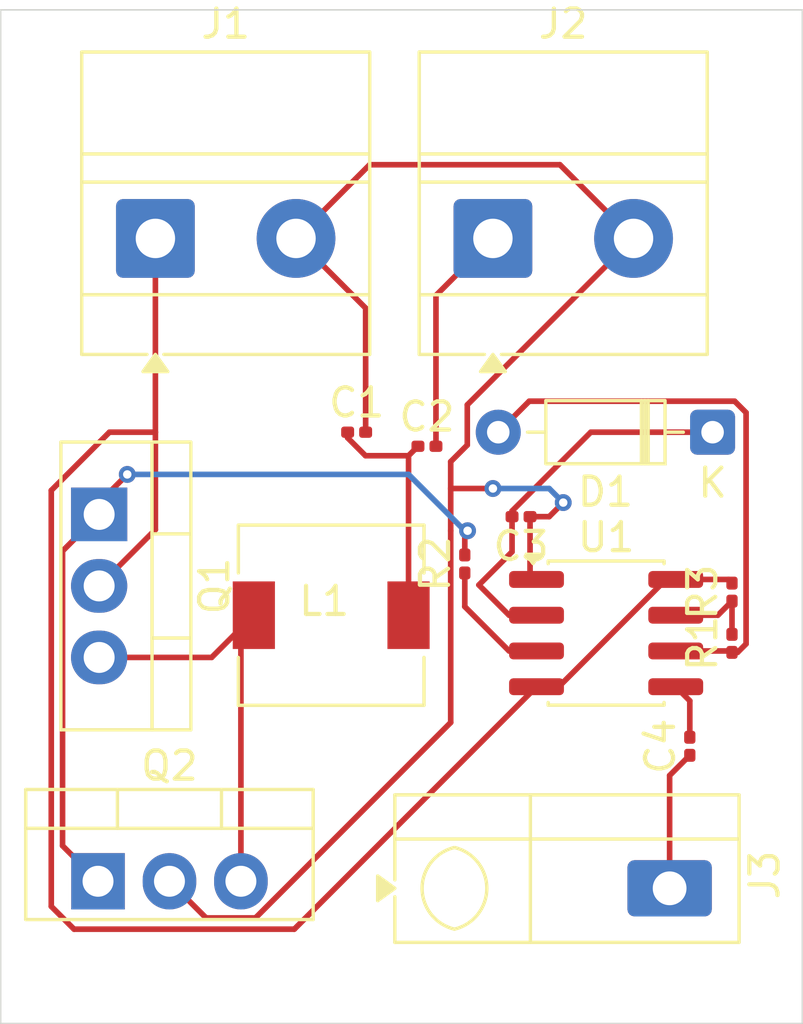
<source format=kicad_pcb>
(kicad_pcb (version 20241229) (generator "pcbnew") (generator_version "9.0")
  (layers (0 "F.Cu" signal) (2 "B.Cu" signal) (13 "F.Paste" user) (15 "B.Paste" user) (5 "F.SilkS" user "F.Silkscreen") (7 "B.SilkS" user "B.Silkscreen") (1 "F.Mask" user) (3 "B.Mask" user) (25 "Edge.Cuts" user))
  (net 0 "")
  (net 1 "Net-(C1-Pad1)")
  (net 2 "Net-(J1-Pin_2)")
  (net 3 "Net-(J2-Pin_1)")
  (net 4 "Net-(D1-K)")
  (net 5 "Net-(U1-CV)")
  (net 6 "Net-(J3-Pin_1)")
  (net 7 "Net-(D1-A)")
  (net 8 "Net-(J1-Pin_1)")
  (net 9 "Net-(Q1-E)")
  (net 10 "Net-(Q1-B)")
  (net 11 "Net-(U1-DIS)")
  (net 12 "Net-(U1-Q)")
  (footprint "TerminalBlock_MetzConnect:TerminalBlock_MetzConnect_Type011_RT05502HBLC_1x02_P5.00mm_Horizontal" (layer "F.Cu") (at 105.5 58.1175)
    (property "Reference" "J1" (at 2.5 -7.62 0) (layer "F.SilkS"))
    (property "Value" "battery 9v")
    (fp_line (start -2.62 -6.62) (end 7.62 -6.62) (stroke (width 0.12)) (layer "F.SilkS"))
    (fp_line (start -2.62 -3) (end 7.62 -3) (stroke (width 0.12)) (layer "F.SilkS"))
    (fp_line (start -2.62 -2) (end 7.62 -2) (stroke (width 0.12)) (layer "F.SilkS"))
    (fp_line (start -2.62 2) (end 7.62 2) (stroke (width 0.12)) (layer "F.SilkS"))
    (fp_line (start -2.62 4.12) (end -2.62 -6.62) (stroke (width 0.12)) (layer "F.SilkS"))
    (fp_line (start -0.3 4.12) (end -2.62 4.12) (stroke (width 0.12)) (layer "F.SilkS"))
    (fp_line (start 7.62 -6.62) (end 7.62 4.12) (stroke (width 0.12)) (layer "F.SilkS"))
    (fp_line (start 7.62 4.12) (end 0.3 4.12) (stroke (width 0.12)) (layer "F.SilkS"))
    (fp_poly (pts (xy 0 4.12) (xy 0.44 4.73) (xy -0.44 4.73)) (stroke (width 0.12)) (fill yes) (layer "F.SilkS"))
    (pad "1" thru_hole roundrect (at 0 0) (size 2.8 2.8) (drill 1.4) (layers "*.Cu" "*.Mask") (roundrect_rratio 0.089286) (net 8 "Net-(J1-Pin_1)"))
    (pad "2" thru_hole circle (at 5 0) (size 2.8 2.8) (drill 1.4) (layers "*.Cu" "*.Mask") (net 2 "Net-(J1-Pin_2)"))
  )
  (footprint "Package_TO_SOT_THT:TO-220-3_Vertical" (layer "F.Cu") (at 103.46 80.95)
    (property "Reference" "Q2" (at 2.54 -4.1 0) (layer "F.SilkS"))
    (property "Value" "TIP42")
    (fp_line (start -2.57 -3.26) (end 7.65 -3.26) (stroke (width 0.12)) (layer "F.SilkS"))
    (fp_line (start -2.57 -1.88) (end 7.65 -1.88) (stroke (width 0.12)) (layer "F.SilkS"))
    (fp_line (start -2.57 1.36) (end -2.57 -3.26) (stroke (width 0.12)) (layer "F.SilkS"))
    (fp_line (start 0.69 -3.26) (end 0.69 -1.88) (stroke (width 0.12)) (layer "F.SilkS"))
    (fp_line (start 4.39 -3.26) (end 4.39 -1.88) (stroke (width 0.12)) (layer "F.SilkS"))
    (fp_line (start 7.65 -3.26) (end 7.65 1.36) (stroke (width 0.12)) (layer "F.SilkS"))
    (fp_line (start 7.65 1.36) (end -2.57 1.36) (stroke (width 0.12)) (layer "F.SilkS"))
    (pad "1" thru_hole rect (at 0 0) (size 1.905 2) (drill 1.1) (layers "*.Cu" "*.Mask") (net 10 "Net-(Q1-B)"))
    (pad "2" thru_hole oval (at 2.54 0) (size 1.905 2) (drill 1.1) (layers "*.Cu" "*.Mask") (net 2 "Net-(J1-Pin_2)"))
    (pad "3" thru_hole oval (at 5.08 0) (size 1.905 2) (drill 1.1) (layers "*.Cu" "*.Mask") (net 9 "Net-(Q1-E)"))
  )
  (footprint "Resistor_SMD:R_0201_0603Metric" (layer "F.Cu") (at 126 72.5 90)
    (property "Reference" "R1" (at 0 -1.05 90) (layer "F.SilkS"))
    (property "Value" "39k")
    (pad "1" smd roundrect (at -0.32 0 90) (size 0.46 0.4) (layers "F.Cu" "F.Mask") (net 7 "Net-(D1-A)"))
    (pad "2" smd roundrect (at 0.32 0 90) (size 0.46 0.4) (layers "F.Cu" "F.Mask") (net 11 "Net-(U1-DIS)"))
  )
  (footprint "TerminalBlock_Degson:TerminalBlock_Degson_DG250-3.5-01P_1x01_P3.50mm_45Degree" (layer "F.Cu") (at 123.7825 81.2 -90)
    (property "Reference" "J3" (at -0.475 -3.38 90) (layer "F.SilkS"))
    (property "Value" "signal")
    (fp_line (start -3.32 9.77) (end -3.32 -2.47) (stroke (width 0.12)) (layer "F.SilkS"))
    (fp_line (start -0.3 9.77) (end -3.32 9.77) (stroke (width 0.12)) (layer "F.SilkS"))
    (fp_line (start 1.92 9.77) (end 0.3 9.77) (stroke (width 0.12)) (layer "F.SilkS"))
    (fp_line (start -3.32 4.95) (end 1.92 4.95) (stroke (width 0.12)) (layer "F.SilkS"))
    (fp_line (start -3.32 -2.47) (end 1.92 -2.47) (stroke (width 0.12)) (layer "F.SilkS"))
    (fp_line (start -1.75 -2.47) (end -1.75 9.77) (stroke (width 0.12)) (layer "F.SilkS"))
    (fp_line (start 1.92 -2.47) (end 1.92 9.77) (stroke (width 0.12)) (layer "F.SilkS"))
    (fp_arc (start -1.45 7.65) (mid 0 6.5) (end 1.45 7.65) (stroke (width 0.12)) (layer "F.SilkS"))
    (fp_arc (start 1.45 7.65) (mid 0 8.8) (end -1.45 7.65) (stroke (width 0.12)) (layer "F.SilkS"))
    (fp_poly (pts (xy 0 9.77) (xy 0.44 10.38) (xy -0.44 10.38)) (stroke (width 0.12)) (fill yes) (layer "F.SilkS"))
    (pad "1" thru_hole roundrect (at 0 0 270) (size 2 3) (drill 1.2) (layers "*.Cu" "*.Mask") (roundrect_rratio 0.125) (net 6 "Net-(J3-Pin_1)"))
  )
  (footprint "Package_SO:SOIC-8_3.9x4.9mm_P1.27mm" (layer "F.Cu") (at 121.525 72.135)
    (property "Reference" "U1" (at 0 -3.4 0) (layer "F.SilkS"))
    (property "Value" "NA555D")
    (fp_line (start -2.06 -2.56) (end 2.06 -2.56) (stroke (width 0.12)) (layer "F.SilkS"))
    (fp_line (start -2.06 -2.465) (end -2.06 -2.56) (stroke (width 0.12)) (layer "F.SilkS"))
    (fp_line (start -2.06 2.56) (end -2.06 2.465) (stroke (width 0.12)) (layer "F.SilkS"))
    (fp_line (start 2.06 -2.56) (end 2.06 -2.465) (stroke (width 0.12)) (layer "F.SilkS"))
    (fp_line (start 2.06 2.465) (end 2.06 2.56) (stroke (width 0.12)) (layer "F.SilkS"))
    (fp_line (start 2.06 2.56) (end -2.06 2.56) (stroke (width 0.12)) (layer "F.SilkS"))
    (fp_poly (pts (xy -2.6 -2.47) (xy -2.84 -2.8) (xy -2.36 -2.8)) (stroke (width 0.12)) (fill yes) (layer "F.SilkS"))
    (pad "1" smd roundrect (at -2.475 -1.905) (size 1.95 0.6) (layers "F.Cu" "F.Mask" "F.Paste") (net 2 "Net-(J1-Pin_2)"))
    (pad "2" smd roundrect (at -2.475 -0.635) (size 1.95 0.6) (layers "F.Cu" "F.Mask" "F.Paste") (net 4 "Net-(D1-K)"))
    (pad "3" smd roundrect (at -2.475 0.635) (size 1.95 0.6) (layers "F.Cu" "F.Mask" "F.Paste") (net 12 "Net-(U1-Q)"))
    (pad "4" smd roundrect (at -2.475 1.905) (size 1.95 0.6) (layers "F.Cu" "F.Mask" "F.Paste") (net 8 "Net-(J1-Pin_1)"))
    (pad "5" smd roundrect (at 2.475 1.905) (size 1.95 0.6) (layers "F.Cu" "F.Mask" "F.Paste") (net 5 "Net-(U1-CV)"))
    (pad "6" smd roundrect (at 2.475 0.635) (size 1.95 0.6) (layers "F.Cu" "F.Mask" "F.Paste") (net 7 "Net-(D1-A)"))
    (pad "7" smd roundrect (at 2.475 -0.635) (size 1.95 0.6) (layers "F.Cu" "F.Mask" "F.Paste") (net 11 "Net-(U1-DIS)"))
    (pad "8" smd roundrect (at 2.475 -1.905) (size 1.95 0.6) (layers "F.Cu" "F.Mask" "F.Paste") (net 8 "Net-(J1-Pin_1)"))
  )
  (footprint "Capacitor_SMD:C_0201_0603Metric" (layer "F.Cu") (at 118.5 68 180)
    (property "Reference" "C3" (at 0 -1.05 0) (layer "F.SilkS"))
    (property "Value" "220pf")
    (pad "1" smd roundrect (at -0.32 0 180) (size 0.46 0.4) (layers "F.Cu" "F.Mask") (net 2 "Net-(J1-Pin_2)"))
    (pad "2" smd roundrect (at 0.32 0 180) (size 0.46 0.4) (layers "F.Cu" "F.Mask") (net 4 "Net-(D1-K)"))
  )
  (footprint "Capacitor_SMD:C_0201_0603Metric" (layer "F.Cu") (at 115.155 65.5)
    (property "Reference" "C2" (at 0 -1.05 0) (layer "F.SilkS"))
    (property "Value" "220uf")
    (pad "1" smd roundrect (at -0.32 0) (size 0.46 0.4) (layers "F.Cu" "F.Mask") (net 1 "Net-(C1-Pad1)"))
    (pad "2" smd roundrect (at 0.32 0) (size 0.46 0.4) (layers "F.Cu" "F.Mask") (net 3 "Net-(J2-Pin_1)"))
  )
  (footprint "Package_TO_SOT_THT:TO-220-3_Vertical" (layer "F.Cu") (at 103.5 67.92 -90)
    (property "Reference" "Q1" (at 2.54 -4.1 90) (layer "F.SilkS"))
    (property "Value" "TIP41")
    (fp_line (start -2.57 1.36) (end -2.57 -3.26) (stroke (width 0.12)) (layer "F.SilkS"))
    (fp_line (start 7.65 1.36) (end -2.57 1.36) (stroke (width 0.12)) (layer "F.SilkS"))
    (fp_line (start -2.57 -1.88) (end 7.65 -1.88) (stroke (width 0.12)) (layer "F.SilkS"))
    (fp_line (start -2.57 -3.26) (end 7.65 -3.26) (stroke (width 0.12)) (layer "F.SilkS"))
    (fp_line (start 0.69 -3.26) (end 0.69 -1.88) (stroke (width 0.12)) (layer "F.SilkS"))
    (fp_line (start 4.39 -3.26) (end 4.39 -1.88) (stroke (width 0.12)) (layer "F.SilkS"))
    (fp_line (start 7.65 -3.26) (end 7.65 1.36) (stroke (width 0.12)) (layer "F.SilkS"))
    (pad "1" thru_hole rect (at 0 0 270) (size 1.905 2) (drill 1.1) (layers "*.Cu" "*.Mask") (net 10 "Net-(Q1-B)"))
    (pad "2" thru_hole oval (at 2.54 0 270) (size 1.905 2) (drill 1.1) (layers "*.Cu" "*.Mask") (net 8 "Net-(J1-Pin_1)"))
    (pad "3" thru_hole oval (at 5.08 0 270) (size 1.905 2) (drill 1.1) (layers "*.Cu" "*.Mask") (net 9 "Net-(Q1-E)"))
  )
  (footprint "Capacitor_SMD:C_0201_0603Metric" (layer "F.Cu") (at 112.655 65)
    (property "Reference" "C1" (at 0 -1.05 0) (layer "F.SilkS"))
    (property "Value" "104")
    (pad "1" smd roundrect (at -0.32 0) (size 0.46 0.4) (layers "F.Cu" "F.Mask") (net 1 "Net-(C1-Pad1)"))
    (pad "2" smd roundrect (at 0.32 0) (size 0.46 0.4) (layers "F.Cu" "F.Mask") (net 2 "Net-(J1-Pin_2)"))
  )
  (footprint "TerminalBlock_MetzConnect:TerminalBlock_MetzConnect_Type011_RT05502HBLC_1x02_P5.00mm_Horizontal" (layer "F.Cu") (at 117.5 58.1175)
    (property "Reference" "J2" (at 2.5 -7.62 0) (layer "F.SilkS"))
    (property "Value" "output")
    (fp_line (start -2.62 -6.62) (end 7.62 -6.62) (stroke (width 0.12)) (layer "F.SilkS"))
    (fp_line (start -2.62 -3) (end 7.62 -3) (stroke (width 0.12)) (layer "F.SilkS"))
    (fp_line (start -2.62 -2) (end 7.62 -2) (stroke (width 0.12)) (layer "F.SilkS"))
    (fp_line (start -2.62 2) (end 7.62 2) (stroke (width 0.12)) (layer "F.SilkS"))
    (fp_line (start -2.62 4.12) (end -2.62 -6.62) (stroke (width 0.12)) (layer "F.SilkS"))
    (fp_line (start -0.3 4.12) (end -2.62 4.12) (stroke (width 0.12)) (layer "F.SilkS"))
    (fp_line (start 7.62 -6.62) (end 7.62 4.12) (stroke (width 0.12)) (layer "F.SilkS"))
    (fp_line (start 7.62 4.12) (end 0.3 4.12) (stroke (width 0.12)) (layer "F.SilkS"))
    (fp_poly (pts (xy 0 4.12) (xy 0.44 4.73) (xy -0.44 4.73)) (stroke (width 0.12)) (fill yes) (layer "F.SilkS"))
    (pad "1" thru_hole roundrect (at 0 0) (size 2.8 2.8) (drill 1.4) (layers "*.Cu" "*.Mask") (roundrect_rratio 0.089286) (net 3 "Net-(J2-Pin_1)"))
    (pad "2" thru_hole circle (at 5 0) (size 2.8 2.8) (drill 1.4) (layers "*.Cu" "*.Mask") (net 2 "Net-(J1-Pin_2)"))
  )
  (footprint "Resistor_SMD:R_0201_0603Metric" (layer "F.Cu") (at 116.5 69.68 90)
    (property "Reference" "R2" (at 0 -1.05 90) (layer "F.SilkS"))
    (property "Value" "100ohm")
    (pad "1" smd roundrect (at -0.32 0 90) (size 0.46 0.4) (layers "F.Cu" "F.Mask") (net 12 "Net-(U1-Q)"))
    (pad "2" smd roundrect (at 0.32 0 90) (size 0.46 0.4) (layers "F.Cu" "F.Mask") (net 10 "Net-(Q1-B)"))
  )
  (footprint "Capacitor_SMD:C_0201_0603Metric" (layer "F.Cu") (at 124.5 76.155 90)
    (property "Reference" "C4" (at 0 -1.05 90) (layer "F.SilkS"))
    (property "Value" "104")
    (pad "1" smd roundrect (at -0.32 0 90) (size 0.46 0.4) (layers "F.Cu" "F.Mask") (net 6 "Net-(J3-Pin_1)"))
    (pad "2" smd roundrect (at 0.32 0 90) (size 0.46 0.4) (layers "F.Cu" "F.Mask") (net 5 "Net-(U1-CV)"))
  )
  (footprint "Inductor_SMD:L_6.3x6.3_H3" (layer "F.Cu") (at 111.75 71.5)
    (property "Reference" "L1" (at -0.25 -0.5 0) (layer "F.SilkS"))
    (property "Value" "30mh")
    (fp_line (start -3.3 -3.2) (end 3.3 -3.2) (stroke (width 0.12)) (layer "F.SilkS"))
    (fp_line (start -3.3 -1.5) (end -3.3 -3.2) (stroke (width 0.12)) (layer "F.SilkS"))
    (fp_line (start -3.3 3.2) (end -3.3 1.5) (stroke (width 0.12)) (layer "F.SilkS"))
    (fp_line (start 3.3 -3.2) (end 3.3 -1.5) (stroke (width 0.12)) (layer "F.SilkS"))
    (fp_line (start 3.3 1.5) (end 3.3 3.2) (stroke (width 0.12)) (layer "F.SilkS"))
    (fp_line (start 3.3 3.2) (end -3.3 3.2) (stroke (width 0.12)) (layer "F.SilkS"))
    (pad "1" smd rect (at -2.75 0) (size 1.5 2.4) (layers "F.Cu" "F.Mask" "F.Paste") (net 9 "Net-(Q1-E)"))
    (pad "2" smd rect (at 2.75 0) (size 1.5 2.4) (layers "F.Cu" "F.Mask" "F.Paste") (net 1 "Net-(C1-Pad1)"))
  )
  (footprint "Resistor_SMD:R_0201_0603Metric" (layer "F.Cu") (at 126 70.68 90)
    (property "Reference" "R3" (at 0 -1.05 90) (layer "F.SilkS"))
    (property "Value" "39k")
    (pad "1" smd roundrect (at -0.32 0 90) (size 0.46 0.4) (layers "F.Cu" "F.Mask") (net 11 "Net-(U1-DIS)"))
    (pad "2" smd roundrect (at 0.32 0 90) (size 0.46 0.4) (layers "F.Cu" "F.Mask") (net 8 "Net-(J1-Pin_1)"))
  )
  (footprint "Diode_THT:D_DO-35_SOD27_P7.62mm_Horizontal" (layer "F.Cu") (at 125.31 65 180)
    (property "Reference" "D1" (at 3.81 -2.12 0) (layer "F.SilkS"))
    (property "Value" "1N4148")
    (fp_line (start 6.58 0) (end 5.93 0) (stroke (width 0.12)) (layer "F.SilkS"))
    (fp_line (start 2.53 -1.12) (end 2.53 1.12) (stroke (width 0.12)) (layer "F.SilkS"))
    (fp_line (start 2.41 -1.12) (end 2.41 1.12) (stroke (width 0.12)) (layer "F.SilkS"))
    (fp_line (start 2.29 -1.12) (end 2.29 1.12) (stroke (width 0.12)) (layer "F.SilkS"))
    (fp_line (start 1.04 0) (end 1.69 0) (stroke (width 0.12)) (layer "F.SilkS"))
    (fp_rect (start 1.69 -1.12) (end 5.93 1.12) (stroke (width 0.12)) (fill no) (layer "F.SilkS"))
    (fp_text user "K" (at 0 -1.8 0) (layer "F.SilkS"))
    (pad "1" thru_hole roundrect (at 0 0 180) (size 1.6 1.6) (drill 0.8) (layers "*.Cu" "*.Mask") (roundrect_rratio 0.15625) (net 4 "Net-(D1-K)"))
    (pad "2" thru_hole circle (at 7.62 0 180) (size 1.6 1.6) (drill 0.8) (layers "*.Cu" "*.Mask") (net 7 "Net-(D1-A)"))
  )
  (gr_rect (start 100 50) (end 128.5 86) (stroke (width 0.05)) (fill no) (layer "Edge.Cuts"))
  (segment (start 112.970001 65.835) (end 114.5 65.835) (width 0.2) (layer "F.Cu") (net 1))
  (segment (start 114.5 65.835) (end 114.835 65.5) (width 0.2) (layer "F.Cu") (net 1))
  (segment (start 114.5 71.5) (end 114.5 65.835) (width 0.2) (layer "F.Cu") (net 1))
  (segment (start 112.335 65) (end 112.335 65.199999) (width 0.2) (layer "F.Cu") (net 1))
  (segment (start 112.335 65.199999) (end 112.970001 65.835) (width 0.2) (layer "F.Cu") (net 1))
  (segment (start 110.5 58.1175) (end 112.975 60.5925) (width 0.2) (layer "F.Cu") (net 2))
  (segment (start 112.975 60.5925) (end 112.975 65) (width 0.2) (layer "F.Cu") (net 2))
  (segment (start 106 80.95) (end 107.301 82.251) (width 0.2) (layer "F.Cu") (net 2))
  (segment (start 119.5 68) (end 120 67.5) (width 0.2) (layer "F.Cu") (net 2))
  (segment (start 109.059217 82.251) (end 115.999 75.311217) (width 0.2) (layer "F.Cu") (net 2))
  (segment (start 116.589 64.0285) (end 122.5 58.1175) (width 0.2) (layer "F.Cu") (net 2))
  (segment (start 115.999 67) (end 117.5 67) (width 0.2) (layer "F.Cu") (net 2))
  (segment (start 115.999 75.311217) (end 115.999 68.501) (width 0.2) (layer "F.Cu") (net 2))
  (segment (start 118.82 68) (end 118.82 70) (width 0.2) (layer "F.Cu") (net 2))
  (segment (start 118.82 68) (end 119.5 68) (width 0.2) (layer "F.Cu") (net 2))
  (segment (start 115.999 68.501) (end 115.999 67) (width 0.2) (layer "F.Cu") (net 2))
  (segment (start 107.301 82.251) (end 109.059217 82.251) (width 0.2) (layer "F.Cu") (net 2))
  (segment (start 110.5 58.1175) (end 113.1175 55.5) (width 0.2) (layer "F.Cu") (net 2))
  (segment (start 115.999 67) (end 115.999 66.04605) (width 0.2) (layer "F.Cu") (net 2))
  (segment (start 116.589 65.45605) (end 116.589 64.0285) (width 0.2) (layer "F.Cu") (net 2))
  (segment (start 118.82 70) (end 119.05 70.23) (width 0.2) (layer "F.Cu") (net 2))
  (segment (start 113.1175 55.5) (end 119.8825 55.5) (width 0.2) (layer "F.Cu") (net 2))
  (segment (start 119.8825 55.5) (end 122.5 58.1175) (width 0.2) (layer "F.Cu") (net 2))
  (segment (start 115.999 66.04605) (end 116.589 65.45605) (width 0.2) (layer "F.Cu") (net 2))
  (via (at 120 67.5) (size 0.6) (drill 0.3) (layers "F.Cu" "B.Cu") (net 2))
  (via (at 117.5 67) (size 0.6) (drill 0.3) (layers "F.Cu" "B.Cu") (net 2))
  (segment (start 119.5 67) (end 120 67.5) (width 0.2) (layer "B.Cu") (net 2))
  (segment (start 117.5 67) (end 119.5 67) (width 0.2) (layer "B.Cu") (net 2))
  (segment (start 115.475 65.5) (end 115.475 60.1425) (width 0.2) (layer "F.Cu") (net 3))
  (segment (start 115.475 60.1425) (end 117.5 58.1175) (width 0.2) (layer "F.Cu") (net 3))
  (segment (start 120.980001 65) (end 125.31 65) (width 0.2) (layer "F.Cu") (net 4))
  (segment (start 118.18 67.800001) (end 120.980001 65) (width 0.2) (layer "F.Cu") (net 4))
  (segment (start 118.18 68) (end 118.18 67.800001) (width 0.2) (layer "F.Cu") (net 4))
  (segment (start 118.18 69.246999) (end 118.18 68) (width 0.2) (layer "F.Cu") (net 4))
  (segment (start 118.075001 71.5) (end 117.001 70.425999) (width 0.2) (layer "F.Cu") (net 4))
  (segment (start 117.001 70.425999) (end 118.18 69.246999) (width 0.2) (layer "F.Cu") (net 4))
  (segment (start 119.05 71.5) (end 118.075001 71.5) (width 0.2) (layer "F.Cu") (net 4))
  (segment (start 124.5 75.835) (end 124.5 74.54) (width 0.2) (layer "F.Cu") (net 5))
  (segment (start 124.5 74.54) (end 124 74.04) (width 0.2) (layer "F.Cu") (net 5))
  (segment (start 123.7825 77.1925) (end 124.5 76.475) (width 0.2) (layer "F.Cu") (net 6))
  (segment (start 123.7825 81.2) (end 123.7825 77.1925) (width 0.2) (layer "F.Cu") (net 6))
  (segment (start 124 72.77) (end 125.95 72.77) (width 0.2) (layer "F.Cu") (net 7))
  (segment (start 126.501 72.518999) (end 126.199999 72.82) (width 0.2) (layer "F.Cu") (net 7))
  (segment (start 125.95 72.77) (end 126 72.82) (width 0.2) (layer "F.Cu") (net 7))
  (segment (start 117.69 65) (end 118.791 63.899) (width 0.2) (layer "F.Cu") (net 7))
  (segment (start 126.09516 63.899) (end 126.501 64.30484) (width 0.2) (layer "F.Cu") (net 7))
  (segment (start 118.791 63.899) (end 126.09516 63.899) (width 0.2) (layer "F.Cu") (net 7))
  (segment (start 126.501 64.30484) (end 126.501 72.518999) (width 0.2) (layer "F.Cu") (net 7))
  (segment (start 126.199999 72.82) (end 126 72.82) (width 0.2) (layer "F.Cu") (net 7))
  (segment (start 119.843032 74.04) (end 123.653032 70.23) (width 0.2) (layer "F.Cu") (net 8))
  (segment (start 110.438 82.652) (end 102.6075 82.652) (width 0.2) (layer "F.Cu") (net 8))
  (segment (start 123.653032 70.23) (end 124 70.23) (width 0.2) (layer "F.Cu") (net 8))
  (segment (start 103.5 70.46) (end 105.5 68.46) (width 0.2) (layer "F.Cu") (net 8))
  (segment (start 101.798 67.0675) (end 103.8655 65) (width 0.2) (layer "F.Cu") (net 8))
  (segment (start 103.8655 65) (end 105.5 65) (width 0.2) (layer "F.Cu") (net 8))
  (segment (start 125.87 70.23) (end 126 70.36) (width 0.2) (layer "F.Cu") (net 8))
  (segment (start 119.05 74.04) (end 119.843032 74.04) (width 0.2) (layer "F.Cu") (net 8))
  (segment (start 105.5 65) (end 105.5 58.1175) (width 0.2) (layer "F.Cu") (net 8))
  (segment (start 119.05 74.04) (end 110.438 82.652) (width 0.2) (layer "F.Cu") (net 8))
  (segment (start 101.798 81.8425) (end 101.798 67.0675) (width 0.2) (layer "F.Cu") (net 8))
  (segment (start 105.5 68.46) (end 105.5 65) (width 0.2) (layer "F.Cu") (net 8))
  (segment (start 102.6075 82.652) (end 101.798 81.8425) (width 0.2) (layer "F.Cu") (net 8))
  (segment (start 124 70.23) (end 125.87 70.23) (width 0.2) (layer "F.Cu") (net 8))
  (segment (start 103.5 73) (end 107.5 73) (width 0.2) (layer "F.Cu") (net 9))
  (segment (start 108.54 71.96) (end 109 71.5) (width 0.2) (layer "F.Cu") (net 9))
  (segment (start 107.5 73) (end 109 71.5) (width 0.2) (layer "F.Cu") (net 9))
  (segment (start 108.54 80.95) (end 108.54 71.96) (width 0.2) (layer "F.Cu") (net 9))
  (segment (start 116.5 68.598801) (end 116.598999 68.499802) (width 0.2) (layer "F.Cu") (net 10))
  (segment (start 103.5 67.5) (end 104.5 66.5) (width 0.2) (layer "F.Cu") (net 10))
  (segment (start 103.46 80.95) (end 102.199 79.689) (width 0.2) (layer "F.Cu") (net 10))
  (segment (start 102.199 79.689) (end 102.199 69.221) (width 0.2) (layer "F.Cu") (net 10))
  (segment (start 103.5 67.92) (end 103.5 67.5) (width 0.2) (layer "F.Cu") (net 10))
  (segment (start 102.199 69.221) (end 103.5 67.92) (width 0.2) (layer "F.Cu") (net 10))
  (segment (start 116.5 69.36) (end 116.5 68.598801) (width 0.2) (layer "F.Cu") (net 10))
  (via (at 104.5 66.5) (size 0.6) (drill 0.3) (layers "F.Cu" "B.Cu") (net 10))
  (via (at 116.598999 68.499802) (size 0.6) (drill 0.3) (layers "F.Cu" "B.Cu") (net 10))
  (segment (start 116.500198 68.499802) (end 116.598999 68.499802) (width 0.2) (layer "B.Cu") (net 10))
  (segment (start 104.5 66.5) (end 114.5 66.5) (width 0.2) (layer "B.Cu") (net 10))
  (segment (start 116.5 68.5) (end 116.500198 68.499802) (width 0.2) (layer "B.Cu") (net 10))
  (segment (start 114.5 66.5) (end 116.5 68.5) (width 0.2) (layer "B.Cu") (net 10))
  (segment (start 124 71.5) (end 125.5 71.5) (width 0.2) (layer "F.Cu") (net 11))
  (segment (start 125.5 71.5) (end 126 71) (width 0.2) (layer "F.Cu") (net 11))
  (segment (start 126 72.18) (end 126 71) (width 0.2) (layer "F.Cu") (net 11))
  (segment (start 116.5 70) (end 116.5 71.194999) (width 0.2) (layer "F.Cu") (net 12))
  (segment (start 118.075001 72.77) (end 119.05 72.77) (width 0.2) (layer "F.Cu") (net 12))
  (segment (start 116.5 71.194999) (end 118.075001 72.77) (width 0.2) (layer "F.Cu") (net 12))
)
</source>
